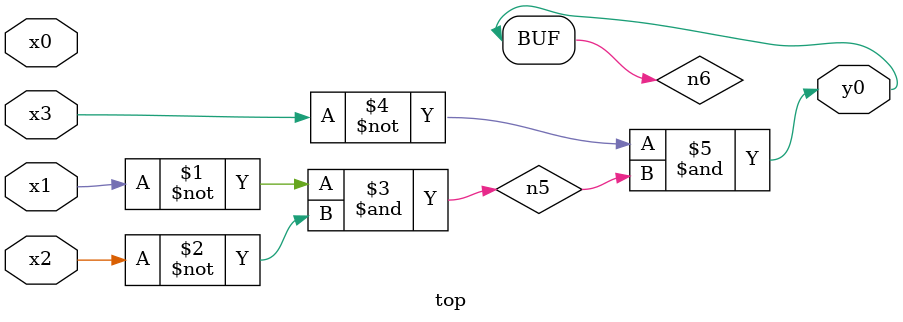
<source format=v>
module top( x0 , x1 , x2 , x3 , y0 );
  input x0 , x1 , x2 , x3 ;
  output y0 ;
  wire n5 , n6 ;
  assign n5 = ~x1 & ~x2 ;
  assign n6 = ~x3 & n5 ;
  assign y0 = n6 ;
endmodule

</source>
